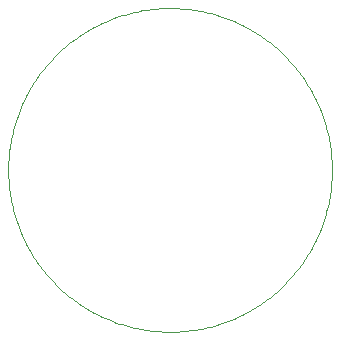
<source format=gko>
%FSLAX44Y44*%
%MOMM*%
G71*
G01*
G75*
G04 Layer_Color=16711935*
%ADD10C,0.0254*%
D10*
X327000Y190000D02*
X326977Y192539D01*
X326906Y195077D01*
X326788Y197614D01*
X326624Y200148D01*
X326412Y202678D01*
X326154Y205204D01*
X325849Y207725D01*
X325497Y210239D01*
X325098Y212747D01*
X324654Y215247D01*
X324163Y217738D01*
X323625Y220220D01*
X323042Y222691D01*
X322414Y225152D01*
X321739Y227600D01*
X321020Y230035D01*
X320256Y232456D01*
X319446Y234863D01*
X318593Y237254D01*
X317695Y239629D01*
X316753Y241987D01*
X315768Y244328D01*
X314739Y246649D01*
X313668Y248951D01*
X312554Y251233D01*
X311398Y253494D01*
X310201Y255733D01*
X308962Y257950D01*
X307682Y260143D01*
X306362Y262312D01*
X305002Y264456D01*
X303602Y266574D01*
X302163Y268667D01*
X300686Y270732D01*
X299171Y272769D01*
X297618Y274778D01*
X296028Y276758D01*
X294402Y278709D01*
X292740Y280628D01*
X291043Y282517D01*
X289311Y284374D01*
X287545Y286198D01*
X285745Y287989D01*
X283913Y289747D01*
X282048Y291470D01*
X280151Y293159D01*
X278224Y294812D01*
X276266Y296429D01*
X274279Y298010D01*
X272263Y299553D01*
X270218Y301059D01*
X268146Y302526D01*
X266047Y303955D01*
X263922Y305345D01*
X261772Y306695D01*
X259597Y308006D01*
X257398Y309275D01*
X255175Y310504D01*
X252931Y311691D01*
X250665Y312836D01*
X248378Y313940D01*
X246071Y315000D01*
X243744Y316018D01*
X241400Y316992D01*
X239037Y317923D01*
X236658Y318810D01*
X234263Y319653D01*
X231852Y320451D01*
X229427Y321204D01*
X226989Y321912D01*
X224538Y322575D01*
X222075Y323192D01*
X219601Y323764D01*
X217116Y324290D01*
X214623Y324769D01*
X212121Y325202D01*
X209611Y325589D01*
X207095Y325929D01*
X204573Y326223D01*
X202046Y326469D01*
X199514Y326669D01*
X196980Y326822D01*
X194443Y326928D01*
X191904Y326987D01*
X189365Y326998D01*
X186826Y326963D01*
X184288Y326881D01*
X181752Y326752D01*
X179219Y326575D01*
X176690Y326352D01*
X174165Y326082D01*
X171646Y325765D01*
X169133Y325401D01*
X166627Y324991D01*
X164129Y324535D01*
X161640Y324033D01*
X159161Y323484D01*
X156692Y322889D01*
X154235Y322249D01*
X151790Y321564D01*
X149358Y320833D01*
X146940Y320057D01*
X144537Y319237D01*
X142150Y318372D01*
X139779Y317463D01*
X137425Y316511D01*
X135090Y315514D01*
X132773Y314475D01*
X130476Y313393D01*
X128199Y312269D01*
X125944Y311102D01*
X123710Y309894D01*
X121500Y308645D01*
X119312Y307355D01*
X117150Y306025D01*
X115012Y304655D01*
X112900Y303246D01*
X110814Y301797D01*
X108756Y300310D01*
X106725Y298786D01*
X104723Y297224D01*
X102751Y295625D01*
X100808Y293990D01*
X98896Y292319D01*
X97016Y290613D01*
X95167Y288872D01*
X93351Y287097D01*
X91568Y285289D01*
X89819Y283449D01*
X88104Y281576D01*
X86424Y279672D01*
X84780Y277737D01*
X83172Y275772D01*
X81601Y273777D01*
X80067Y271754D01*
X78570Y269702D01*
X77112Y267623D01*
X75693Y265518D01*
X74313Y263386D01*
X72973Y261230D01*
X71673Y259048D01*
X70413Y256843D01*
X69195Y254616D01*
X68018Y252366D01*
X66884Y250094D01*
X65791Y247802D01*
X64741Y245490D01*
X63734Y243159D01*
X62771Y240810D01*
X61851Y238443D01*
X60975Y236060D01*
X60143Y233661D01*
X59356Y231246D01*
X58615Y228818D01*
X57918Y226376D01*
X57266Y223922D01*
X56660Y221456D01*
X56100Y218980D01*
X55586Y216493D01*
X55118Y213997D01*
X54696Y211493D01*
X54321Y208982D01*
X53993Y206464D01*
X53711Y203941D01*
X53476Y201412D01*
X53288Y198880D01*
X53147Y196345D01*
X53053Y193807D01*
X53006Y191269D01*
X53006Y188729D01*
X53053Y186191D01*
X53147Y183653D01*
X53288Y181118D01*
X53476Y178586D01*
X53711Y176057D01*
X53993Y173534D01*
X54322Y171016D01*
X54697Y168505D01*
X55118Y166001D01*
X55586Y163505D01*
X56101Y161019D01*
X56661Y158542D01*
X57267Y156076D01*
X57918Y153622D01*
X58615Y151180D01*
X59357Y148752D01*
X60144Y146338D01*
X60975Y143938D01*
X61851Y141555D01*
X62771Y139188D01*
X63735Y136839D01*
X64742Y134508D01*
X65792Y132196D01*
X66884Y129904D01*
X68019Y127633D01*
X69196Y125383D01*
X70414Y123155D01*
X71674Y120950D01*
X72974Y118769D01*
X74314Y116612D01*
X75694Y114481D01*
X77113Y112375D01*
X78572Y110296D01*
X80068Y108245D01*
X81602Y106221D01*
X83173Y104227D01*
X84781Y102262D01*
X86425Y100327D01*
X88105Y98422D01*
X89820Y96550D01*
X91569Y94709D01*
X93352Y92901D01*
X95168Y91127D01*
X97017Y89386D01*
X98898Y87680D01*
X100810Y86009D01*
X102752Y84374D01*
X104725Y82775D01*
X106727Y81213D01*
X108757Y79689D01*
X110816Y78202D01*
X112901Y76753D01*
X115013Y75344D01*
X117151Y73974D01*
X119314Y72644D01*
X121501Y71354D01*
X123712Y70105D01*
X125946Y68897D01*
X128201Y67730D01*
X130478Y66606D01*
X132775Y65524D01*
X135092Y64485D01*
X137427Y63489D01*
X139781Y62536D01*
X142152Y61627D01*
X144539Y60763D01*
X146942Y59942D01*
X149360Y59166D01*
X151792Y58436D01*
X154237Y57750D01*
X156694Y57110D01*
X159163Y56516D01*
X161642Y55967D01*
X164131Y55465D01*
X166629Y55008D01*
X169135Y54598D01*
X171648Y54235D01*
X174167Y53918D01*
X176692Y53648D01*
X179221Y53425D01*
X181754Y53248D01*
X184290Y53119D01*
X186828Y53037D01*
X189367Y53001D01*
X191906Y53013D01*
X194445Y53072D01*
X196982Y53178D01*
X199516Y53331D01*
X202048Y53531D01*
X204575Y53777D01*
X207097Y54071D01*
X209613Y54411D01*
X212123Y54798D01*
X214625Y55231D01*
X217118Y55711D01*
X219602Y56236D01*
X222076Y56808D01*
X224539Y57425D01*
X226991Y58088D01*
X229429Y58797D01*
X231854Y59550D01*
X234264Y60348D01*
X236660Y61191D01*
X239039Y62077D01*
X241401Y63008D01*
X243746Y63983D01*
X246072Y65001D01*
X248379Y66061D01*
X250667Y67164D01*
X252933Y68310D01*
X255177Y69497D01*
X257399Y70726D01*
X259598Y71995D01*
X261773Y73306D01*
X263924Y74656D01*
X266049Y76046D01*
X268148Y77475D01*
X270220Y78942D01*
X272264Y80448D01*
X274281Y81992D01*
X276268Y83572D01*
X278225Y85189D01*
X280153Y86842D01*
X282049Y88531D01*
X283914Y90254D01*
X285746Y92012D01*
X287546Y93804D01*
X289312Y95628D01*
X291044Y97485D01*
X292742Y99373D01*
X294403Y101293D01*
X296030Y103243D01*
X297619Y105223D01*
X299172Y107232D01*
X300687Y109270D01*
X302164Y111335D01*
X303603Y113427D01*
X305003Y115546D01*
X306363Y117690D01*
X307683Y119859D01*
X308963Y122052D01*
X310202Y124269D01*
X311399Y126508D01*
X312555Y128769D01*
X313669Y131051D01*
X314740Y133353D01*
X315769Y135674D01*
X316754Y138015D01*
X317696Y140373D01*
X318593Y142748D01*
X319447Y145139D01*
X320256Y147546D01*
X321021Y149967D01*
X321740Y152403D01*
X322414Y154851D01*
X323043Y157311D01*
X323626Y159782D01*
X324163Y162264D01*
X324654Y164755D01*
X325099Y167255D01*
X325497Y169763D01*
X325849Y172278D01*
X326154Y174799D01*
X326412Y177325D01*
X326624Y179855D01*
X326788Y182389D01*
X326906Y184925D01*
X326977Y187463D01*
X327000Y190000D01*
M02*

</source>
